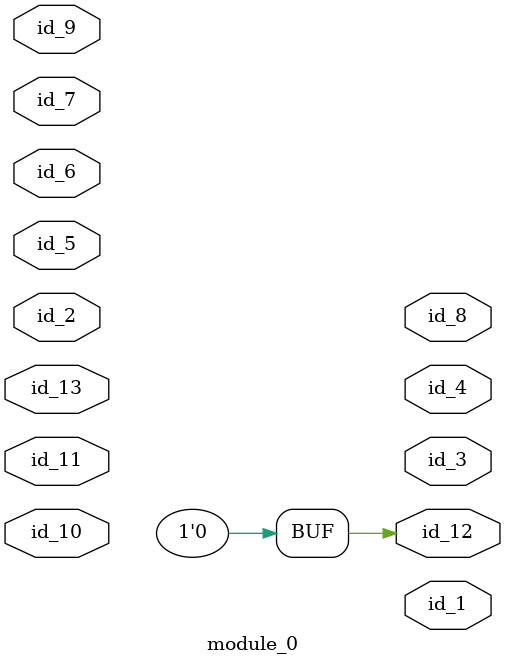
<source format=v>
module module_0 (
    id_1,
    id_2,
    id_3,
    id_4,
    id_5,
    id_6,
    id_7,
    id_8,
    id_9,
    id_10,
    id_11,
    id_12,
    id_13
);
  inout wire id_13;
  output wire id_12;
  inout wire id_11;
  input wire id_10;
  input wire id_9;
  output wire id_8;
  inout wire id_7;
  inout wire id_6;
  inout wire id_5;
  output wire id_4;
  output wire id_3;
  inout wire id_2;
  output wire id_1;
  assign id_12 = 1'b0;
endmodule
module module_1;
  wire id_2;
  module_0 modCall_1 (
      id_2,
      id_2,
      id_2,
      id_2,
      id_2,
      id_2,
      id_2,
      id_2,
      id_2,
      id_2,
      id_2,
      id_2,
      id_2
  );
endmodule

</source>
